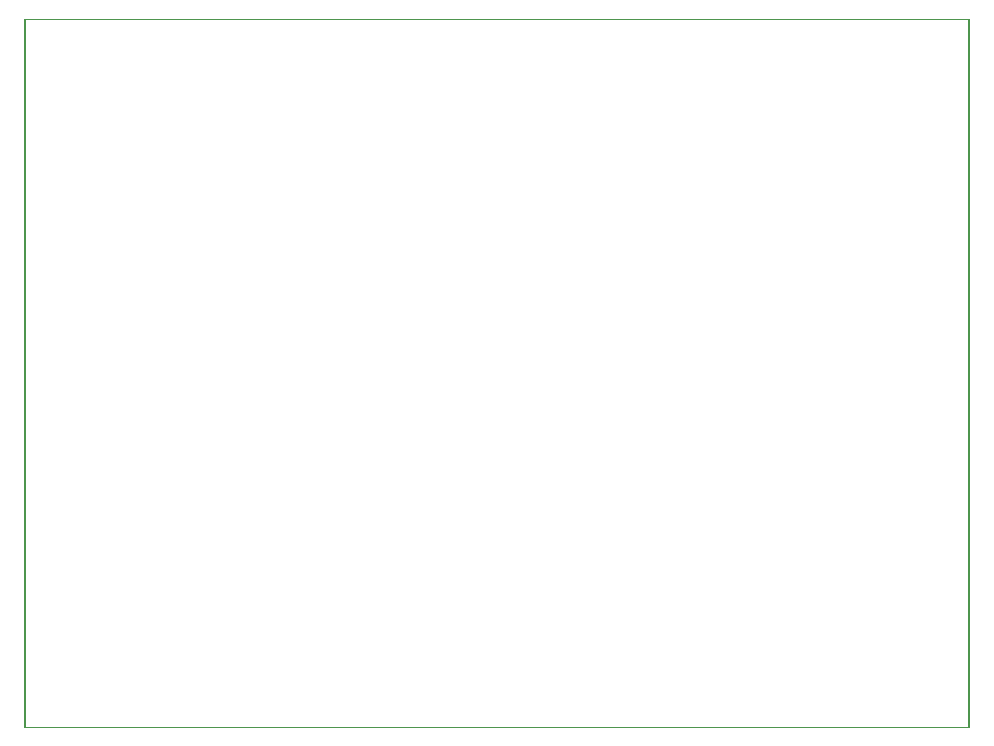
<source format=gbr>
G04 #@! TF.GenerationSoftware,KiCad,Pcbnew,(5.1.4-0-10_14)*
G04 #@! TF.CreationDate,2020-04-14T21:38:13-07:00*
G04 #@! TF.ProjectId,Activity_1,41637469-7669-4747-995f-312e6b696361,rev?*
G04 #@! TF.SameCoordinates,Original*
G04 #@! TF.FileFunction,Profile,NP*
%FSLAX46Y46*%
G04 Gerber Fmt 4.6, Leading zero omitted, Abs format (unit mm)*
G04 Created by KiCad (PCBNEW (5.1.4-0-10_14)) date 2020-04-14 21:38:13*
%MOMM*%
%LPD*%
G04 APERTURE LIST*
%ADD10C,0.150000*%
%ADD11C,0.100000*%
G04 APERTURE END LIST*
D10*
X100000000Y-60000000D02*
X100000000Y-120000000D01*
D11*
X20000000Y-120000000D02*
X100000000Y-120000000D01*
D10*
X20000000Y-60000000D02*
X20000000Y-120000000D01*
D11*
X20000000Y-60000000D02*
X100000000Y-60000000D01*
M02*

</source>
